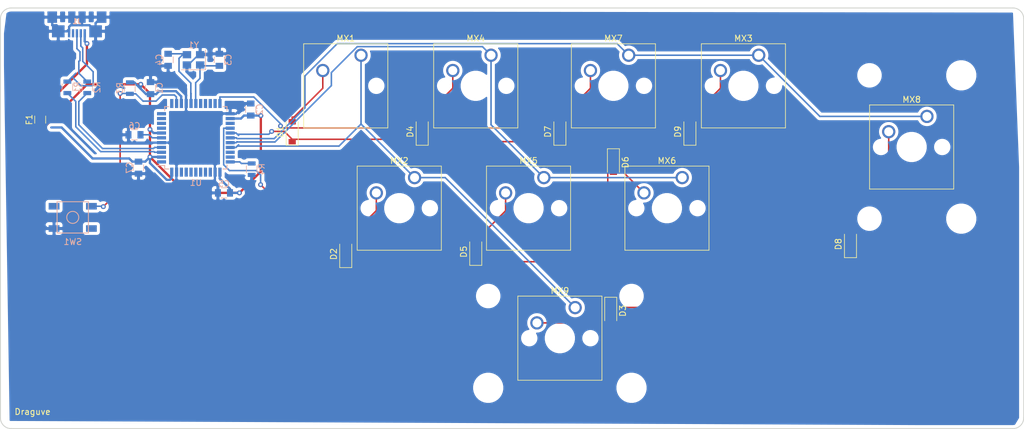
<source format=kicad_pcb>
(kicad_pcb (version 20171130) (host pcbnew 5.1.7-a382d34a8~87~ubuntu20.04.1)
  (layers (0 F.Cu signal) (31 B.Cu signal) (34 B.Paste user) (35 F.Paste user) (36 B.SilkS user) (37 F.SilkS user) (38 B.Mask user) (39 F.Mask user) (44 Edge.Cuts user))
  (net 0 "")
  (net 1 GND)
  (net 2 "Net-(C3-Pad1)")
  (net 3 +5V)
  (net 4 ROW0)
  (net 5 "Net-(D1-Pad2)")
  (net 6 "Net-(D2-Pad2)")
  (net 7 ROW1)
  (net 8 "Net-(D3-Pad2)")
  (net 9 "Net-(D4-Pad2)")
  (net 10 VCC)
  (net 11 COL0)
  (net 12 COL1)
  (net 13 "Net-(R2-Pad1)")
  (net 14 D+)
  (net 15 D-)
  (net 16 "Net-(R4-Pad2)")
  (net 17 "Net-(U1-Pad42)")
  (net 18 "Net-(U1-Pad41)")
  (net 19 "Net-(U1-Pad40)")
  (net 20 "Net-(U1-Pad39)")
  (net 21 "Net-(U1-Pad38)")
  (net 22 "Net-(U1-Pad37)")
  (net 23 "Net-(U1-Pad36)")
  (net 24 "Net-(U1-Pad32)")
  (net 25 "Net-(U1-Pad31)")
  (net 26 "Net-(U1-Pad25)")
  (net 27 "Net-(U1-Pad21)")
  (net 28 "Net-(U1-Pad20)")
  (net 29 "Net-(U1-Pad19)")
  (net 30 "Net-(U1-Pad18)")
  (net 31 "Net-(U1-Pad12)")
  (net 32 "Net-(U1-Pad11)")
  (net 33 "Net-(U1-Pad10)")
  (net 34 "Net-(U1-Pad9)")
  (net 35 "Net-(U1-Pad8)")
  (net 36 "Net-(U1-Pad1)")
  (net 37 "Net-(C4-Pad1)")
  (net 38 "Net-(C6-Pad1)")
  (net 39 "Net-(D5-Pad2)")
  (net 40 "Net-(D6-Pad2)")
  (net 41 "Net-(D7-Pad2)")
  (net 42 COL2)
  (net 43 "Net-(D8-Pad2)")
  (net 44 "Net-(D9-Pad2)")
  (net 45 "Net-(R1-Pad1)")
  (net 46 "Net-(R3-Pad2)")
  (net 47 ROW2)
  (net 48 "Net-(J1-Pad4)")
  (module keyboard_parts:USB_microB (layer B.Cu) (at 39.1795 62.258)
    (fp_text reference J1 (at 0 0.6985) (layer B.SilkS) (effects (font (size 0.8128 0.8128) (thickness 0.2032)) (justify mirror)))
    (fp_text value USB_mini_micro_B hide)
    (pad 6 smd rect (at -0.85 0) (size 1.2 1.9) (layers B.Cu B.Paste B.Mask) (net 1 GND))
    (pad 5 smd rect (at -1.30048 2.67462 180) (size 0.4 1.35) (layers B.Cu B.Paste B.Mask) (net 1 GND) (clearance 0.1))
    (pad 4 smd rect (at -0.65024 2.67462 180) (size 0.4 1.35) (layers B.Cu B.Paste B.Mask) (net 48 "Net-(J1-Pad4)") (clearance 0.1))
    (pad 3 smd rect (at 0 2.67462 180) (size 0.4 1.35) (layers B.Cu B.Paste B.Mask) (net 14 D+) (clearance 0.1))
    (pad 2 smd rect (at 0.65024 2.67462 180) (size 0.4 1.35) (layers B.Cu B.Paste B.Mask) (net 15 D-) (clearance 0.1))
    (pad 6 smd rect (at 4.09956 0) (size 1.6 1.9) (layers B.Cu B.Paste B.Mask) (net 1 GND))
    (pad 6 smd rect (at -4.09956 0) (size 1.6 1.9) (layers B.Cu B.Paste B.Mask) (net 1 GND))
    (pad 6 smd rect (at 3.0988 2.3495) (size 2.1 2) (layers B.Cu B.Paste B.Mask) (net 1 GND))
    (pad 6 smd rect (at -3.0988 2.3495) (size 2.1 2) (layers B.Cu B.Paste B.Mask) (net 1 GND))
    (pad 1 smd rect (at 1.29794 2.67462 180) (size 0.4 1.35) (layers B.Cu B.Paste B.Mask) (net 10 VCC) (clearance 0.1))
    (pad 6 smd rect (at 0.85 0) (size 1.2 1.9) (layers B.Cu B.Paste B.Mask) (net 1 GND))
  )
  (module Fuse:Fuse_1206_3216Metric (layer F.Cu) (at 33.0835 79.276 90)
    (fp_text reference F1 (at 0 -1.82 90) (layer F.SilkS))
    (fp_text value 500mA)
    (pad 2 smd roundrect (at 1.4 0 90) (size 1.25 1.75) (layers F.Cu F.Paste F.Mask) (roundrect_rratio 0.2) (net 10 VCC))
    (pad 1 smd roundrect (at -1.4 0 90) (size 1.25 1.75) (layers F.Cu F.Paste F.Mask) (roundrect_rratio 0.2) (net 3 +5V))
  )
  (module Diode_SMD:D_SOD-123 (layer F.Cu) (at 140.97 81.28 90)
    (fp_text reference D9 (at 0 -2 90) (layer F.SilkS))
    (fp_text value D_Small-Device)
    (pad 2 smd rect (at 1.65 0 90) (size 0.9 1.2) (layers F.Cu F.Paste F.Mask) (net 44 "Net-(D9-Pad2)"))
    (pad 1 smd rect (at -1.65 0 90) (size 0.9 1.2) (layers F.Cu F.Paste F.Mask) (net 47 ROW2))
  )
  (module Diode_SMD:D_SOD-123 (layer F.Cu) (at 167.64 99.95 90)
    (fp_text reference D8 (at 0 -2 90) (layer F.SilkS))
    (fp_text value D_Small-Device)
    (pad 2 smd rect (at 1.65 0 90) (size 0.9 1.2) (layers F.Cu F.Paste F.Mask) (net 43 "Net-(D8-Pad2)"))
    (pad 1 smd rect (at -1.65 0 90) (size 0.9 1.2) (layers F.Cu F.Paste F.Mask) (net 7 ROW1))
  )
  (module Diode_SMD:D_SOD-123 (layer F.Cu) (at 119.38 81.28 90)
    (fp_text reference D7 (at 0 -2 90) (layer F.SilkS))
    (fp_text value D_Small-Device)
    (pad 2 smd rect (at 1.65 0 90) (size 0.9 1.2) (layers F.Cu F.Paste F.Mask) (net 41 "Net-(D7-Pad2)"))
    (pad 1 smd rect (at -1.65 0 90) (size 0.9 1.2) (layers F.Cu F.Paste F.Mask) (net 4 ROW0))
  )
  (module Diode_SMD:D_SOD-123 (layer F.Cu) (at 128.27 86.36 270)
    (fp_text reference D6 (at 0 -2 90) (layer F.SilkS))
    (fp_text value D_Small-Device)
    (pad 2 smd rect (at 1.65 0 270) (size 0.9 1.2) (layers F.Cu F.Paste F.Mask) (net 40 "Net-(D6-Pad2)"))
    (pad 1 smd rect (at -1.65 0 270) (size 0.9 1.2) (layers F.Cu F.Paste F.Mask) (net 47 ROW2))
  )
  (module Diode_SMD:D_SOD-123 (layer F.Cu) (at 105.41 101.22 90)
    (fp_text reference D5 (at 0 -2 90) (layer F.SilkS))
    (fp_text value D_Small-Device)
    (pad 2 smd rect (at 1.65 0 90) (size 0.9 1.2) (layers F.Cu F.Paste F.Mask) (net 39 "Net-(D5-Pad2)"))
    (pad 1 smd rect (at -1.65 0 90) (size 0.9 1.2) (layers F.Cu F.Paste F.Mask) (net 7 ROW1))
  )
  (module Diode_SMD:D_SOD-123 (layer F.Cu) (at 96.52 81.28 90)
    (fp_text reference D4 (at 0 -2 90) (layer F.SilkS))
    (fp_text value D_Small-Device)
    (pad 2 smd rect (at 1.65 0 90) (size 0.9 1.2) (layers F.Cu F.Paste F.Mask) (net 9 "Net-(D4-Pad2)"))
    (pad 1 smd rect (at -1.65 0 90) (size 0.9 1.2) (layers F.Cu F.Paste F.Mask) (net 4 ROW0))
  )
  (module Diode_SMD:D_SOD-123 (layer F.Cu) (at 127.826 111.026 270)
    (fp_text reference D3 (at 0 -2 90) (layer F.SilkS))
    (fp_text value D_Small-Device)
    (pad 2 smd rect (at 1.65 0 270) (size 0.9 1.2) (layers F.Cu F.Paste F.Mask) (net 8 "Net-(D3-Pad2)"))
    (pad 1 smd rect (at -1.65 0 270) (size 0.9 1.2) (layers F.Cu F.Paste F.Mask) (net 47 ROW2))
  )
  (module Diode_SMD:D_SOD-123 (layer F.Cu) (at 83.82 101.6 90)
    (fp_text reference D2 (at 0 -2 90) (layer F.SilkS))
    (fp_text value D_Small-Device)
    (pad 2 smd rect (at 1.65 0 90) (size 0.9 1.2) (layers F.Cu F.Paste F.Mask) (net 6 "Net-(D2-Pad2)"))
    (pad 1 smd rect (at -1.65 0 90) (size 0.9 1.2) (layers F.Cu F.Paste F.Mask) (net 7 ROW1))
  )
  (module Diode_SMD:D_SOD-123 (layer F.Cu) (at 74.93 81.28 90)
    (fp_text reference D1 (at 0 -2 90) (layer F.SilkS))
    (fp_text value D_Small-Device)
    (pad 2 smd rect (at 1.65 0 90) (size 0.9 1.2) (layers F.Cu F.Paste F.Mask) (net 5 "Net-(D1-Pad2)"))
    (pad 1 smd rect (at -1.65 0 90) (size 0.9 1.2) (layers F.Cu F.Paste F.Mask) (net 4 ROW0))
  )
  (module Button_Switch_Keyboard:SW_Cherry_MX_2.75u_PCB (layer F.Cu) (at 121.92 110.49)
    (fp_text reference MX9 (at -2.54 -2.794) (layer F.SilkS))
    (fp_text value MX-NoLED-MX_Alps_Hybrid)
    (pad "" np_thru_hole circle (at 9.36 -1.92) (size 3.05 3.05) (drill 3.05) (layers *.Cu *.Mask))
    (pad "" np_thru_hole circle (at -14.44 -1.92) (size 3.05 3.05) (drill 3.05) (layers *.Cu *.Mask))
    (pad "" np_thru_hole circle (at -14.44 13.32) (size 4 4) (drill 4) (layers *.Cu *.Mask))
    (pad "" np_thru_hole circle (at 9.36 13.32) (size 4 4) (drill 4) (layers *.Cu *.Mask))
    (pad "" np_thru_hole circle (at 2.54 5.08) (size 1.7 1.7) (drill 1.7) (layers *.Cu *.Mask))
    (pad "" np_thru_hole circle (at -7.62 5.08) (size 1.7 1.7) (drill 1.7) (layers *.Cu *.Mask))
    (pad "" np_thru_hole circle (at -2.54 5.08) (size 4 4) (drill 4) (layers *.Cu *.Mask))
    (pad 2 thru_hole circle (at -6.35 2.54) (size 2.2 2.2) (drill 1.5) (layers *.Cu *.Mask) (net 8 "Net-(D3-Pad2)"))
    (pad 1 thru_hole circle (at 0 0) (size 2.2 2.2) (drill 1.5) (layers *.Cu *.Mask) (net 11 COL0))
  )
  (module Button_Switch_Keyboard:SW_Cherry_MX_ISOEnter_PCB (layer F.Cu) (at 180.34 78.74)
    (fp_text reference MX8 (at -2.54 -2.794) (layer F.SilkS))
    (fp_text value MX-NoLED-MX_Alps_Hybrid)
    (pad "" np_thru_hole circle (at -9.54 -6.82) (size 3.05 3.05) (drill 3.05) (layers *.Cu *.Mask))
    (pad "" np_thru_hole circle (at -9.54 16.98) (size 3.05 3.05) (drill 3.05) (layers *.Cu *.Mask))
    (pad "" np_thru_hole circle (at 5.7 16.98) (size 4 4) (drill 4) (layers *.Cu *.Mask))
    (pad "" np_thru_hole circle (at 5.7 -6.82) (size 4 4) (drill 4) (layers *.Cu *.Mask))
    (pad "" np_thru_hole circle (at 2.54 5.08) (size 1.7 1.7) (drill 1.7) (layers *.Cu *.Mask))
    (pad "" np_thru_hole circle (at -7.62 5.08) (size 1.7 1.7) (drill 1.7) (layers *.Cu *.Mask))
    (pad "" np_thru_hole circle (at -2.54 5.08) (size 4 4) (drill 4) (layers *.Cu *.Mask))
    (pad 2 thru_hole circle (at -6.35 2.54) (size 2.2 2.2) (drill 1.5) (layers *.Cu *.Mask) (net 43 "Net-(D8-Pad2)"))
    (pad 1 thru_hole circle (at 0 0) (size 2.2 2.2) (drill 1.5) (layers *.Cu *.Mask) (net 42 COL2))
  )
  (module Button_Switch_Keyboard:SW_Cherry_MX_1.00u_PCB (layer F.Cu) (at 130.81 68.58)
    (fp_text reference MX7 (at -2.54 -2.794) (layer F.SilkS))
    (fp_text value MX-NoLED-MX_Alps_Hybrid)
    (pad "" np_thru_hole circle (at 2.54 5.08) (size 1.7 1.7) (drill 1.7) (layers *.Cu *.Mask))
    (pad "" np_thru_hole circle (at -7.62 5.08) (size 1.7 1.7) (drill 1.7) (layers *.Cu *.Mask))
    (pad "" np_thru_hole circle (at -2.54 5.08) (size 4 4) (drill 4) (layers *.Cu *.Mask))
    (pad 2 thru_hole circle (at -6.35 2.54) (size 2.2 2.2) (drill 1.5) (layers *.Cu *.Mask) (net 41 "Net-(D7-Pad2)"))
    (pad 1 thru_hole circle (at 0 0) (size 2.2 2.2) (drill 1.5) (layers *.Cu *.Mask) (net 42 COL2))
  )
  (module Button_Switch_Keyboard:SW_Cherry_MX_1.00u_PCB (layer F.Cu) (at 139.7 88.9)
    (fp_text reference MX6 (at -2.54 -2.794) (layer F.SilkS))
    (fp_text value MX-NoLED-MX_Alps_Hybrid)
    (pad "" np_thru_hole circle (at 2.54 5.08) (size 1.7 1.7) (drill 1.7) (layers *.Cu *.Mask))
    (pad "" np_thru_hole circle (at -7.62 5.08) (size 1.7 1.7) (drill 1.7) (layers *.Cu *.Mask))
    (pad "" np_thru_hole circle (at -2.54 5.08) (size 4 4) (drill 4) (layers *.Cu *.Mask))
    (pad 2 thru_hole circle (at -6.35 2.54) (size 2.2 2.2) (drill 1.5) (layers *.Cu *.Mask) (net 40 "Net-(D6-Pad2)"))
    (pad 1 thru_hole circle (at 0 0) (size 2.2 2.2) (drill 1.5) (layers *.Cu *.Mask) (net 12 COL1))
  )
  (module Button_Switch_Keyboard:SW_Cherry_MX_1.00u_PCB (layer F.Cu) (at 116.72 88.9)
    (fp_text reference MX5 (at -2.54 -2.794) (layer F.SilkS))
    (fp_text value MX-NoLED-MX_Alps_Hybrid)
    (pad "" np_thru_hole circle (at 2.54 5.08) (size 1.7 1.7) (drill 1.7) (layers *.Cu *.Mask))
    (pad "" np_thru_hole circle (at -7.62 5.08) (size 1.7 1.7) (drill 1.7) (layers *.Cu *.Mask))
    (pad "" np_thru_hole circle (at -2.54 5.08) (size 4 4) (drill 4) (layers *.Cu *.Mask))
    (pad 2 thru_hole circle (at -6.35 2.54) (size 2.2 2.2) (drill 1.5) (layers *.Cu *.Mask) (net 39 "Net-(D5-Pad2)"))
    (pad 1 thru_hole circle (at 0 0) (size 2.2 2.2) (drill 1.5) (layers *.Cu *.Mask) (net 12 COL1))
  )
  (module Button_Switch_Keyboard:SW_Cherry_MX_1.00u_PCB (layer F.Cu) (at 107.95 68.58)
    (fp_text reference MX4 (at -2.54 -2.794) (layer F.SilkS))
    (fp_text value MX-NoLED-MX_Alps_Hybrid)
    (pad "" np_thru_hole circle (at 2.54 5.08) (size 1.7 1.7) (drill 1.7) (layers *.Cu *.Mask))
    (pad "" np_thru_hole circle (at -7.62 5.08) (size 1.7 1.7) (drill 1.7) (layers *.Cu *.Mask))
    (pad "" np_thru_hole circle (at -2.54 5.08) (size 4 4) (drill 4) (layers *.Cu *.Mask))
    (pad 2 thru_hole circle (at -6.35 2.54) (size 2.2 2.2) (drill 1.5) (layers *.Cu *.Mask) (net 9 "Net-(D4-Pad2)"))
    (pad 1 thru_hole circle (at 0 0) (size 2.2 2.2) (drill 1.5) (layers *.Cu *.Mask) (net 12 COL1))
  )
  (module Button_Switch_Keyboard:SW_Cherry_MX_1.00u_PCB (layer F.Cu) (at 152.4 68.58)
    (fp_text reference MX3 (at -2.54 -2.794) (layer F.SilkS))
    (fp_text value MX-NoLED-MX_Alps_Hybrid)
    (pad "" np_thru_hole circle (at 2.54 5.08) (size 1.7 1.7) (drill 1.7) (layers *.Cu *.Mask))
    (pad "" np_thru_hole circle (at -7.62 5.08) (size 1.7 1.7) (drill 1.7) (layers *.Cu *.Mask))
    (pad "" np_thru_hole circle (at -2.54 5.08) (size 4 4) (drill 4) (layers *.Cu *.Mask))
    (pad 2 thru_hole circle (at -6.35 2.54) (size 2.2 2.2) (drill 1.5) (layers *.Cu *.Mask) (net 44 "Net-(D9-Pad2)"))
    (pad 1 thru_hole circle (at 0 0) (size 2.2 2.2) (drill 1.5) (layers *.Cu *.Mask) (net 42 COL2))
  )
  (module Button_Switch_Keyboard:SW_Cherry_MX_1.00u_PCB (layer F.Cu) (at 95.25 88.9)
    (fp_text reference MX2 (at -2.54 -2.794) (layer F.SilkS))
    (fp_text value MX-NoLED-MX_Alps_Hybrid)
    (pad "" np_thru_hole circle (at 2.54 5.08) (size 1.7 1.7) (drill 1.7) (layers *.Cu *.Mask))
    (pad "" np_thru_hole circle (at -7.62 5.08) (size 1.7 1.7) (drill 1.7) (layers *.Cu *.Mask))
    (pad "" np_thru_hole circle (at -2.54 5.08) (size 4 4) (drill 4) (layers *.Cu *.Mask))
    (pad 2 thru_hole circle (at -6.35 2.54) (size 2.2 2.2) (drill 1.5) (layers *.Cu *.Mask) (net 6 "Net-(D2-Pad2)"))
    (pad 1 thru_hole circle (at 0 0) (size 2.2 2.2) (drill 1.5) (layers *.Cu *.Mask) (net 11 COL0))
  )
  (module Button_Switch_Keyboard:SW_Cherry_MX_1.00u_PCB (layer F.Cu) (at 86.36 68.58)
    (fp_text reference MX1 (at -2.54 -2.794) (layer F.SilkS))
    (fp_text value MX-NoLED-MX_Alps_Hybrid)
    (pad "" np_thru_hole circle (at 2.54 5.08) (size 1.7 1.7) (drill 1.7) (layers *.Cu *.Mask))
    (pad "" np_thru_hole circle (at -7.62 5.08) (size 1.7 1.7) (drill 1.7) (layers *.Cu *.Mask))
    (pad "" np_thru_hole circle (at -2.54 5.08) (size 4 4) (drill 4) (layers *.Cu *.Mask))
    (pad 2 thru_hole circle (at -6.35 2.54) (size 2.2 2.2) (drill 1.5) (layers *.Cu *.Mask) (net 5 "Net-(D1-Pad2)"))
    (pad 1 thru_hole circle (at 0 0) (size 2.2 2.2) (drill 1.5) (layers *.Cu *.Mask) (net 11 COL0))
  )
  (module Crystals:Crystal_SMD_3225-4pin_3.2x2.5mm (layer B.Cu) (at 58.547 69.342 180)
    (fp_text reference Y1 (at 0 2.45 180) (layer B.SilkS) (effects (justify mirror)))
    (fp_text value Crystal_GND24_Small)
    (pad 1 smd rect (at -1.1 -0.85 180) (size 1.4 1.2) (layers B.Cu B.Paste B.Mask) (net 2 "Net-(C3-Pad1)"))
    (pad 2 smd rect (at 1.1 -0.85 180) (size 1.4 1.2) (layers B.Cu B.Paste B.Mask) (net 1 GND))
    (pad 3 smd rect (at 1.1 0.85 180) (size 1.4 1.2) (layers B.Cu B.Paste B.Mask) (net 37 "Net-(C4-Pad1)"))
    (pad 4 smd rect (at -1.1 0.85 180) (size 1.4 1.2) (layers B.Cu B.Paste B.Mask) (net 1 GND))
  )
  (module Housings_QFP:TQFP-44_10x10mm_Pitch0.8mm (layer B.Cu) (at 58.928 82.296)
    (fp_text reference U1 (at 0 7.45) (layer B.SilkS) (effects (justify mirror)))
    (fp_text value ATmega32U4-AU)
    (pad 1 smd rect (at -5.7 4) (size 1.5 0.55) (layers B.Cu B.Paste B.Mask) (net 36 "Net-(U1-Pad1)"))
    (pad 2 smd rect (at -5.7 3.2) (size 1.5 0.55) (layers B.Cu B.Paste B.Mask) (net 3 +5V))
    (pad 3 smd rect (at -5.7 2.4) (size 1.5 0.55) (layers B.Cu B.Paste B.Mask) (net 45 "Net-(R1-Pad1)"))
    (pad 4 smd rect (at -5.7 1.6) (size 1.5 0.55) (layers B.Cu B.Paste B.Mask) (net 13 "Net-(R2-Pad1)"))
    (pad 5 smd rect (at -5.7 0.8) (size 1.5 0.55) (layers B.Cu B.Paste B.Mask) (net 1 GND))
    (pad 6 smd rect (at -5.7 0) (size 1.5 0.55) (layers B.Cu B.Paste B.Mask) (net 38 "Net-(C6-Pad1)"))
    (pad 7 smd rect (at -5.7 -0.8) (size 1.5 0.55) (layers B.Cu B.Paste B.Mask) (net 3 +5V))
    (pad 8 smd rect (at -5.7 -1.6) (size 1.5 0.55) (layers B.Cu B.Paste B.Mask) (net 35 "Net-(U1-Pad8)"))
    (pad 9 smd rect (at -5.7 -2.4) (size 1.5 0.55) (layers B.Cu B.Paste B.Mask) (net 34 "Net-(U1-Pad9)"))
    (pad 10 smd rect (at -5.7 -3.2) (size 1.5 0.55) (layers B.Cu B.Paste B.Mask) (net 33 "Net-(U1-Pad10)"))
    (pad 11 smd rect (at -5.7 -4) (size 1.5 0.55) (layers B.Cu B.Paste B.Mask) (net 32 "Net-(U1-Pad11)"))
    (pad 12 smd rect (at -4 -5.7 270) (size 1.5 0.55) (layers B.Cu B.Paste B.Mask) (net 31 "Net-(U1-Pad12)"))
    (pad 13 smd rect (at -3.2 -5.7 270) (size 1.5 0.55) (layers B.Cu B.Paste B.Mask) (net 46 "Net-(R3-Pad2)"))
    (pad 14 smd rect (at -2.4 -5.7 270) (size 1.5 0.55) (layers B.Cu B.Paste B.Mask) (net 3 +5V))
    (pad 15 smd rect (at -1.6 -5.7 270) (size 1.5 0.55) (layers B.Cu B.Paste B.Mask) (net 1 GND))
    (pad 16 smd rect (at -0.8 -5.7 270) (size 1.5 0.55) (layers B.Cu B.Paste B.Mask) (net 37 "Net-(C4-Pad1)"))
    (pad 17 smd rect (at 0 -5.7 270) (size 1.5 0.55) (layers B.Cu B.Paste B.Mask) (net 2 "Net-(C3-Pad1)"))
    (pad 18 smd rect (at 0.8 -5.7 270) (size 1.5 0.55) (layers B.Cu B.Paste B.Mask) (net 30 "Net-(U1-Pad18)"))
    (pad 19 smd rect (at 1.6 -5.7 270) (size 1.5 0.55) (layers B.Cu B.Paste B.Mask) (net 29 "Net-(U1-Pad19)"))
    (pad 20 smd rect (at 2.4 -5.7 270) (size 1.5 0.55) (layers B.Cu B.Paste B.Mask) (net 28 "Net-(U1-Pad20)"))
    (pad 21 smd rect (at 3.2 -5.7 270) (size 1.5 0.55) (layers B.Cu B.Paste B.Mask) (net 27 "Net-(U1-Pad21)"))
    (pad 22 smd rect (at 4 -5.7 270) (size 1.5 0.55) (layers B.Cu B.Paste B.Mask) (net 47 ROW2))
    (pad 23 smd rect (at 5.7 -4) (size 1.5 0.55) (layers B.Cu B.Paste B.Mask) (net 1 GND))
    (pad 24 smd rect (at 5.7 -3.2) (size 1.5 0.55) (layers B.Cu B.Paste B.Mask) (net 3 +5V))
    (pad 25 smd rect (at 5.7 -2.4) (size 1.5 0.55) (layers B.Cu B.Paste B.Mask) (net 26 "Net-(U1-Pad25)"))
    (pad 26 smd rect (at 5.7 -1.6) (size 1.5 0.55) (layers B.Cu B.Paste B.Mask) (net 7 ROW1))
    (pad 27 smd rect (at 5.7 -0.8) (size 1.5 0.55) (layers B.Cu B.Paste B.Mask) (net 4 ROW0))
    (pad 28 smd rect (at 5.7 0) (size 1.5 0.55) (layers B.Cu B.Paste B.Mask) (net 42 COL2))
    (pad 29 smd rect (at 5.7 0.8) (size 1.5 0.55) (layers B.Cu B.Paste B.Mask) (net 12 COL1))
    (pad 30 smd rect (at 5.7 1.6) (size 1.5 0.55) (layers B.Cu B.Paste B.Mask) (net 11 COL0))
    (pad 31 smd rect (at 5.7 2.4) (size 1.5 0.55) (layers B.Cu B.Paste B.Mask) (net 25 "Net-(U1-Pad31)"))
    (pad 32 smd rect (at 5.7 3.2) (size 1.5 0.55) (layers B.Cu B.Paste B.Mask) (net 24 "Net-(U1-Pad32)"))
    (pad 33 smd rect (at 5.7 4) (size 1.5 0.55) (layers B.Cu B.Paste B.Mask) (net 16 "Net-(R4-Pad2)"))
    (pad 34 smd rect (at 4 5.7 270) (size 1.5 0.55) (layers B.Cu B.Paste B.Mask) (net 3 +5V))
    (pad 35 smd rect (at 3.2 5.7 270) (size 1.5 0.55) (layers B.Cu B.Paste B.Mask) (net 1 GND))
    (pad 36 smd rect (at 2.4 5.7 270) (size 1.5 0.55) (layers B.Cu B.Paste B.Mask) (net 23 "Net-(U1-Pad36)"))
    (pad 37 smd rect (at 1.6 5.7 270) (size 1.5 0.55) (layers B.Cu B.Paste B.Mask) (net 22 "Net-(U1-Pad37)"))
    (pad 38 smd rect (at 0.8 5.7 270) (size 1.5 0.55) (layers B.Cu B.Paste B.Mask) (net 21 "Net-(U1-Pad38)"))
    (pad 39 smd rect (at 0 5.7 270) (size 1.5 0.55) (layers B.Cu B.Paste B.Mask) (net 20 "Net-(U1-Pad39)"))
    (pad 40 smd rect (at -0.8 5.7 270) (size 1.5 0.55) (layers B.Cu B.Paste B.Mask) (net 19 "Net-(U1-Pad40)"))
    (pad 41 smd rect (at -1.6 5.7 270) (size 1.5 0.55) (layers B.Cu B.Paste B.Mask) (net 18 "Net-(U1-Pad41)"))
    (pad 42 smd rect (at -2.4 5.7 270) (size 1.5 0.55) (layers B.Cu B.Paste B.Mask) (net 17 "Net-(U1-Pad42)"))
    (pad 43 smd rect (at -3.2 5.7 270) (size 1.5 0.55) (layers B.Cu B.Paste B.Mask) (net 1 GND))
    (pad 44 smd rect (at -4 5.7 270) (size 1.5 0.55) (layers B.Cu B.Paste B.Mask) (net 3 +5V))
  )
  (module Capacitors_SMD:C_0805 (layer B.Cu) (at 62.8332 69.342 90)
    (fp_text reference C3 (at 0 1.5 90) (layer B.SilkS) (effects (justify mirror)))
    (fp_text value 22pF)
    (pad 1 smd rect (at -1 0 90) (size 1 1.25) (layers B.Cu B.Paste B.Mask) (net 2 "Net-(C3-Pad1)"))
    (pad 2 smd rect (at 1 0 90) (size 1 1.25) (layers B.Cu B.Paste B.Mask) (net 1 GND))
  )
  (module Capacitors_SMD:C_0805 (layer B.Cu) (at 54.3242 69.342 270)
    (fp_text reference C4 (at 0 1.5 270) (layer B.SilkS) (effects (justify mirror)))
    (fp_text value 22pF)
    (pad 2 smd rect (at 1 0 270) (size 1 1.25) (layers B.Cu B.Paste B.Mask) (net 1 GND))
    (pad 1 smd rect (at -1 0 270) (size 1 1.25) (layers B.Cu B.Paste B.Mask) (net 37 "Net-(C4-Pad1)"))
  )
  (module Capacitors_SMD:C_0805 (layer B.Cu) (at 48.7362 81.788 180)
    (fp_text reference C6 (at 0 1.5 180) (layer B.SilkS) (effects (justify mirror)))
    (fp_text value 1uF)
    (pad 2 smd rect (at 1 0 180) (size 1 1.25) (layers B.Cu B.Paste B.Mask) (net 1 GND))
    (pad 1 smd rect (at -1 0 180) (size 1 1.25) (layers B.Cu B.Paste B.Mask) (net 38 "Net-(C6-Pad1)"))
  )
  (module Capacitors_SMD:C_0805 (layer B.Cu) (at 51.4032 74.041 90)
    (fp_text reference C1 (at 0 1.5 90) (layer B.SilkS) (effects (justify mirror)))
    (fp_text value 0.1uF)
    (pad 2 smd rect (at 1 0 90) (size 1 1.25) (layers B.Cu B.Paste B.Mask) (net 1 GND))
    (pad 1 smd rect (at -1 0 90) (size 1 1.25) (layers B.Cu B.Paste B.Mask) (net 3 +5V))
  )
  (module Capacitors_SMD:C_0805 (layer B.Cu) (at 68.0402 77.597 90)
    (fp_text reference C2 (at 0 1.5 90) (layer B.SilkS) (effects (justify mirror)))
    (fp_text value 0.1uF)
    (pad 1 smd rect (at -1 0 90) (size 1 1.25) (layers B.Cu B.Paste B.Mask) (net 3 +5V))
    (pad 2 smd rect (at 1 0 90) (size 1 1.25) (layers B.Cu B.Paste B.Mask) (net 1 GND))
  )
  (module Capacitors_SMD:C_0805 (layer B.Cu) (at 63.5952 91.44 180)
    (fp_text reference C5 (at 0 1.5 180) (layer B.SilkS) (effects (justify mirror)))
    (fp_text value 0.1uF)
    (pad 2 smd rect (at 1 0 180) (size 1 1.25) (layers B.Cu B.Paste B.Mask) (net 1 GND))
    (pad 1 smd rect (at -1 0 180) (size 1 1.25) (layers B.Cu B.Paste B.Mask) (net 3 +5V))
  )
  (module Capacitors_SMD:C_0805 (layer B.Cu) (at 49.403 87.249 270)
    (fp_text reference C7 (at 0 1.5 270) (layer B.SilkS) (effects (justify mirror)))
    (fp_text value 10uF)
    (pad 1 smd rect (at -1 0 270) (size 1 1.25) (layers B.Cu B.Paste B.Mask) (net 3 +5V))
    (pad 2 smd rect (at 1 0 270) (size 1 1.25) (layers B.Cu B.Paste B.Mask) (net 1 GND))
  )
  (module Resistors_SMD:R_0805 (layer B.Cu) (at 47.9742 74.041 270)
    (fp_text reference R3 (at 0 1.65 270) (layer B.SilkS) (effects (justify mirror)))
    (fp_text value 10k)
    (pad 1 smd rect (at -0.95 0 270) (size 0.7 1.3) (layers B.Cu B.Paste B.Mask) (net 3 +5V))
    (pad 2 smd rect (at 0.95 0 270) (size 0.7 1.3) (layers B.Cu B.Paste B.Mask) (net 46 "Net-(R3-Pad2)"))
  )
  (module Resistors_SMD:R_0805 (layer B.Cu) (at 40.894 73.914 90)
    (fp_text reference R2 (at 0 1.65 90) (layer B.SilkS) (effects (justify mirror)))
    (fp_text value 22)
    (pad 1 smd rect (at -0.95 0 90) (size 0.7 1.3) (layers B.Cu B.Paste B.Mask) (net 13 "Net-(R2-Pad1)"))
    (pad 2 smd rect (at 0.95 0 90) (size 0.7 1.3) (layers B.Cu B.Paste B.Mask) (net 14 D+))
  )
  (module Resistors_SMD:R_0805 (layer B.Cu) (at 37.592 73.914 90)
    (fp_text reference R1 (at 0 1.65 90) (layer B.SilkS) (effects (justify mirror)))
    (fp_text value 22)
    (pad 2 smd rect (at 0.95 0 90) (size 0.7 1.3) (layers B.Cu B.Paste B.Mask) (net 15 D-))
    (pad 1 smd rect (at -0.95 0 90) (size 0.7 1.3) (layers B.Cu B.Paste B.Mask) (net 45 "Net-(R1-Pad1)"))
  )
  (module Resistors_SMD:R_0805 (layer B.Cu) (at 68.199 87.503 90)
    (fp_text reference R4 (at 0 1.65 90) (layer B.SilkS) (effects (justify mirror)))
    (fp_text value 10k)
    (pad 2 smd rect (at 0.95 0 90) (size 0.7 1.3) (layers B.Cu B.Paste B.Mask) (net 16 "Net-(R4-Pad2)"))
    (pad 1 smd rect (at -0.95 0 90) (size 0.7 1.3) (layers B.Cu B.Paste B.Mask) (net 1 GND))
  )
  (module random-keyboard-parts:SKQG-1155865 (layer B.Cu) (at 38.484 95.5078 180)
    (fp_text reference SW1 (at 0 -4.064 180) (layer B.SilkS) (effects (justify mirror)))
    (fp_text value SW_Push)
    (pad 1 smd rect (at 3.1 -1.85 180) (size 1.8 1.1) (layers B.Cu B.Paste B.Mask) (net 1 GND))
    (pad 2 smd rect (at -3.1 1.85 180) (size 1.8 1.1) (layers B.Cu B.Paste B.Mask) (net 46 "Net-(R3-Pad2)"))
    (pad 3 smd rect (at 3.1 1.85 180) (size 1.8 1.1) (layers B.Cu B.Paste B.Mask))
    (pad 4 smd rect (at -3.1 -1.85 180) (size 1.8 1.1) (layers B.Cu B.Paste B.Mask))
  )
  (gr_text "Draguve\n" (at 31.8135 127.79) (layer F.SilkS) (effects (font (size 1 1))))
  (gr_line (start 194.6275 60.734) (end 28.2575 60.734) (layer Edge.Cuts) (width 0.15))
  (gr_line (start 28.2575 130.584) (end 194.6275 130.584) (layer Edge.Cuts) (width 0.15))
  (gr_line (start 26.4795 62.512) (end 26.4795 128.806) (layer Edge.Cuts) (width 0.15))
  (gr_line (start 196.4055 128.806) (end 196.4055 62.512) (layer Edge.Cuts) (width 0.15))
  (gr_arc (start 28.2575 62.512) (end 28.2575 60.734) (angle -90) (layer Edge.Cuts) (width 0.15))
  (gr_arc (start 28.2575 128.806) (end 26.4795 128.806) (angle -90) (layer Edge.Cuts) (width 0.15))
  (gr_arc (start 194.6275 128.806) (end 194.6275 130.584) (angle -90) (layer Edge.Cuts) (width 0.15))
  (gr_arc (start 194.6275 62.512) (end 196.4055 62.512) (angle -90) (layer Edge.Cuts) (width 0.15))
  (segment (start 42.2783 64.6075) (end 42.2783 63.2167) (width 0.381) (layer B.Cu) (net 1))
  (segment (start 42.2783 63.2167) (end 42.3204 63.2167) (width 0.381) (layer B.Cu) (net 1))
  (segment (start 42.3204 63.2167) (end 43.2791 62.258) (width 0.381) (layer B.Cu) (net 1))
  (segment (start 41.2875 68) (end 42.2783 67.0092) (width 0.381) (layer B.Cu) (net 1))
  (segment (start 42.2783 67.0092) (end 42.2783 64.6075) (width 0.381) (layer B.Cu) (net 1))
  (segment (start 42.2783 64.6075) (end 41.2696 63.5988) (width 0.381) (layer B.Cu) (net 1))
  (segment (start 41.2696 63.5988) (end 40.0295 63.5988) (width 0.381) (layer B.Cu) (net 1))
  (segment (start 41.2875 68) (end 41.2875 69.3545) (width 0.381) (layer B.Cu) (net 1))
  (segment (start 41.2875 69.3545) (end 42.926 70.993) (width 0.381) (layer B.Cu) (net 1))
  (segment (start 42.926 70.993) (end 42.926 80.772) (width 0.381) (layer B.Cu) (net 1))
  (segment (start 42.926 80.772) (end 45.25 83.096) (width 0.381) (layer B.Cu) (net 1))
  (segment (start 45.25 83.096) (end 48.171 83.096) (width 0.381) (layer B.Cu) (net 1))
  (segment (start 40.0295 62.258) (end 40.0295 63.5988) (width 0.381) (layer B.Cu) (net 1))
  (segment (start 35.0799 62.258) (end 35.0799 63.5988) (width 0.381) (layer B.Cu) (net 1))
  (segment (start 36.8011 64.6075) (end 35.7924 63.5988) (width 0.381) (layer B.Cu) (net 1))
  (segment (start 35.7924 63.5988) (end 35.0799 63.5988) (width 0.381) (layer B.Cu) (net 1))
  (segment (start 36.8011 64.6075) (end 37.5215 64.6075) (width 0.381) (layer B.Cu) (net 1))
  (segment (start 36.0807 64.6075) (end 36.8011 64.6075) (width 0.381) (layer B.Cu) (net 1))
  (segment (start 37.879 64.3997) (end 37.7293 64.3997) (width 0.381) (layer B.Cu) (net 1))
  (segment (start 37.7293 64.3997) (end 37.5215 64.6075) (width 0.381) (layer B.Cu) (net 1))
  (segment (start 37.879 64.3997) (end 37.879 63.8668) (width 0.381) (layer B.Cu) (net 1))
  (segment (start 37.879 64.9326) (end 37.879 64.3997) (width 0.381) (layer B.Cu) (net 1))
  (segment (start 40.0295 63.5988) (end 38.3295 63.5988) (width 0.381) (layer B.Cu) (net 1))
  (segment (start 38.3295 62.258) (end 38.3295 63.5988) (width 0.381) (layer B.Cu) (net 1))
  (segment (start 38.3295 63.5988) (end 38.147 63.5988) (width 0.381) (layer B.Cu) (net 1))
  (segment (start 38.147 63.5988) (end 37.879 63.8668) (width 0.381) (layer B.Cu) (net 1))
  (segment (start 57.2962 75.2032) (end 57.2962 75.311) (width 0.381) (layer B.Cu) (net 1))
  (segment (start 51.4032 73.041) (end 52.213 73.041) (width 0.381) (layer B.Cu) (net 1))
  (segment (start 52.213 73.041) (end 53.086 73.914) (width 0.381) (layer B.Cu) (net 1))
  (segment (start 53.086 73.914) (end 56.007 73.914) (width 0.381) (layer B.Cu) (net 1))
  (segment (start 56.007 73.914) (end 57.2962 75.2032) (width 0.381) (layer B.Cu) (net 1))
  (segment (start 48.171 83.096) (end 47.7362 82.6612) (width 0.381) (layer B.Cu) (net 1))
  (segment (start 47.7362 82.6612) (end 47.7362 81.788) (width 0.381) (layer B.Cu) (net 1))
  (segment (start 59.3716 68.492) (end 59.6152 68.492) (width 0.381) (layer B.Cu) (net 1))
  (segment (start 57.6716 70.192) (end 59.3716 68.492) (width 0.254) (layer B.Cu) (net 1))
  (segment (start 62.8332 68.342) (end 59.7652 68.342) (width 0.381) (layer B.Cu) (net 1))
  (segment (start 59.7652 68.342) (end 59.6152 68.492) (width 0.381) (layer B.Cu) (net 1))
  (segment (start 59.6152 68.492) (end 59.6152 67.3622) (width 0.381) (layer B.Cu) (net 1))
  (segment (start 59.6152 67.3622) (end 59.182 66.929) (width 0.381) (layer B.Cu) (net 1))
  (segment (start 59.182 66.929) (end 53.086 66.929) (width 0.381) (layer B.Cu) (net 1))
  (segment (start 53.086 66.929) (end 52.705 67.31) (width 0.381) (layer B.Cu) (net 1))
  (segment (start 52.705 67.31) (end 52.705 69.85) (width 0.381) (layer B.Cu) (net 1))
  (segment (start 52.705 69.85) (end 53.197 70.342) (width 0.381) (layer B.Cu) (net 1))
  (segment (start 53.197 70.342) (end 54.3242 70.342) (width 0.381) (layer B.Cu) (net 1))
  (segment (start 60.9032 84.3982) (end 55.6962 84.3982) (width 0.381) (layer B.Cu) (net 1))
  (segment (start 68.199 88.453) (end 68.199 90.805) (width 0.381) (layer B.Cu) (net 1))
  (segment (start 68.199 90.805) (end 65.024 93.98) (width 0.381) (layer B.Cu) (net 1))
  (segment (start 65.024 93.98) (end 64.008 93.98) (width 0.381) (layer B.Cu) (net 1))
  (segment (start 64.008 93.98) (end 62.5952 92.5672) (width 0.381) (layer B.Cu) (net 1))
  (segment (start 62.5952 92.5672) (end 62.5952 91.44) (width 0.381) (layer B.Cu) (net 1))
  (segment (start 60.9032 79.8128) (end 60.9032 84.3982) (width 0.381) (layer B.Cu) (net 1))
  (segment (start 35.384 97.3578) (end 34.2388 97.3578) (width 0.381) (layer B.Cu) (net 1))
  (segment (start 34.2388 97.3578) (end 33.401 96.52) (width 0.381) (layer B.Cu) (net 1))
  (segment (start 33.401 96.52) (end 33.401 92.075) (width 0.381) (layer B.Cu) (net 1))
  (segment (start 33.401 92.075) (end 37.227 88.249) (width 0.381) (layer B.Cu) (net 1))
  (segment (start 37.227 88.249) (end 49.403 88.249) (width 0.381) (layer B.Cu) (net 1))
  (segment (start 54.3242 70.342) (end 54.3242 71.2152) (width 0.381) (layer B.Cu) (net 1))
  (segment (start 54.3242 71.2152) (end 57.2962 74.1872) (width 0.381) (layer B.Cu) (net 1))
  (segment (start 57.2962 74.1872) (end 57.2962 75.2032) (width 0.381) (layer B.Cu) (net 1))
  (segment (start 57.2962 75.2032) (end 57.2962 75.311) (width 0.381) (layer B.Cu) (net 1))
  (segment (start 68.0402 76.597) (end 67.294 76.597) (width 0.381) (layer B.Cu) (net 1))
  (segment (start 67.294 76.597) (end 65.595 78.296) (width 0.381) (layer B.Cu) (net 1))
  (segment (start 65.595 78.296) (end 64.628 78.296) (width 0.381) (layer B.Cu) (net 1))
  (segment (start 64.628 78.296) (end 62.42 78.296) (width 0.381) (layer B.Cu) (net 1))
  (segment (start 62.42 78.296) (end 60.9032 79.8128) (width 0.381) (layer B.Cu) (net 1))
  (segment (start 55.6962 84.3982) (end 54.394 83.096) (width 0.381) (layer B.Cu) (net 1))
  (segment (start 54.394 83.096) (end 53.228 83.096) (width 0.381) (layer B.Cu) (net 1))
  (segment (start 53.228 83.096) (end 48.171 83.096) (width 0.381) (layer B.Cu) (net 1))
  (segment (start 57.4152 70.192) (end 57.447 70.192) (width 0.381) (layer B.Cu) (net 1))
  (segment (start 57.447 70.192) (end 57.6716 70.192) (width 0.381) (layer B.Cu) (net 1))
  (segment (start 55.6962 84.3982) (end 55.6962 89.2108) (width 0.381) (layer B.Cu) (net 1))
  (segment (start 55.6962 89.2108) (end 54.991 89.916) (width 0.381) (layer B.Cu) (net 1))
  (segment (start 54.991 89.916) (end 53.721 89.916) (width 0.381) (layer B.Cu) (net 1))
  (segment (start 53.721 89.916) (end 52.054 88.249) (width 0.381) (layer B.Cu) (net 1))
  (segment (start 52.054 88.249) (end 49.403 88.249) (width 0.381) (layer B.Cu) (net 1))
  (segment (start 55.728 86.8363) (end 55.728 87.996) (width 0.381) (layer B.Cu) (net 1))
  (segment (start 60.9032 84.3982) (end 62.0962 85.5912) (width 0.381) (layer B.Cu) (net 1))
  (segment (start 62.0962 85.5912) (end 62.0962 87.6232) (width 0.381) (layer B.Cu) (net 1))
  (segment (start 62.0962 87.6232) (end 62.0962 89.6552) (width 0.381) (layer B.Cu) (net 1))
  (segment (start 62.0962 89.6552) (end 62.5952 90.1542) (width 0.381) (layer B.Cu) (net 1))
  (segment (start 62.5952 90.1542) (end 62.5952 91.44) (width 0.381) (layer B.Cu) (net 1))
  (segment (start 62.0962 87.6232) (end 62.128 87.655) (width 0.381) (layer B.Cu) (net 1))
  (segment (start 62.128 87.655) (end 62.128 87.996) (width 0.381) (layer B.Cu) (net 1))
  (segment (start 57.2962 75.311) (end 57.2962 76.5271) (width 0.381) (layer B.Cu) (net 1))
  (segment (start 57.2962 76.5271) (end 57.2962 77.7432) (width 0.381) (layer B.Cu) (net 1))
  (segment (start 57.2962 77.7432) (end 59.3658 79.8128) (width 0.381) (layer B.Cu) (net 1))
  (segment (start 59.3658 79.8128) (end 60.9032 79.8128) (width 0.381) (layer B.Cu) (net 1))
  (segment (start 57.2962 76.5271) (end 57.328 76.5589) (width 0.381) (layer B.Cu) (net 1))
  (segment (start 57.328 76.5589) (end 57.328 76.596) (width 0.381) (layer B.Cu) (net 1))
  (segment (start 58.928 76.596) (end 58.8962 76.596) (width 0.254) (layer B.Cu) (net 2))
  (segment (start 58.8962 76.596) (end 58.8962 73.152) (width 0.254) (layer B.Cu) (net 2))
  (segment (start 58.8962 73.152) (end 59.6152 72.433) (width 0.254) (layer B.Cu) (net 2))
  (segment (start 59.6152 72.433) (end 59.6152 70.192) (width 0.254) (layer B.Cu) (net 2))
  (segment (start 59.6152 70.192) (end 59.647 70.2238) (width 0.254) (layer B.Cu) (net 2))
  (segment (start 59.647 70.2238) (end 59.7652 70.342) (width 0.254) (layer B.Cu) (net 2))
  (segment (start 59.7652 70.342) (end 62.8332 70.342) (width 0.254) (layer B.Cu) (net 2))
  (segment (start 59.647 70.2238) (end 59.647 70.192) (width 0.254) (layer B.Cu) (net 2))
  (segment (start 33.0835 80.676) (end 33.6264 80.676) (width 0.381) (layer F.Cu) (net 3))
  (segment (start 33.6264 80.676) (end 40.8964 73.406) (width 0.381) (layer F.Cu) (net 3))
  (segment (start 40.8964 73.406) (end 49.784 73.406) (width 0.381) (layer F.Cu) (net 3))
  (segment (start 51.308 80.899) (end 51.308 85.471) (width 0.381) (layer F.Cu) (net 3))
  (segment (start 49.403 86.249) (end 50.53 86.249) (width 0.381) (layer B.Cu) (net 3))
  (segment (start 50.53 86.249) (end 51.308 85.471) (width 0.381) (layer B.Cu) (net 3))
  (segment (start 49.403 86.249) (end 48.387 86.249) (width 0.381) (layer B.Cu) (net 3))
  (segment (start 48.387 86.249) (end 47.863 85.725) (width 0.381) (layer B.Cu) (net 3))
  (segment (start 47.863 85.725) (end 41.783 85.725) (width 0.381) (layer B.Cu) (net 3))
  (segment (start 41.783 85.725) (end 36.633 80.575) (width 0.381) (layer B.Cu) (net 3))
  (segment (start 36.633 80.575) (end 34.925 80.575) (width 0.381) (layer B.Cu) (net 3))
  (segment (start 68.0402 78.597) (end 66.92 78.597) (width 0.381) (layer B.Cu) (net 3))
  (segment (start 66.92 78.597) (end 66.421 79.096) (width 0.381) (layer B.Cu) (net 3))
  (segment (start 66.421 79.096) (end 64.628 79.096) (width 0.381) (layer B.Cu) (net 3))
  (segment (start 51.308 80.899) (end 51.308 74.93) (width 0.381) (layer F.Cu) (net 3))
  (segment (start 51.308 74.93) (end 49.784 73.406) (width 0.381) (layer F.Cu) (net 3))
  (segment (start 49.784 73.406) (end 49.784 74.168) (width 0.381) (layer B.Cu) (net 3))
  (segment (start 68.0402 78.597) (end 69.707 78.597) (width 0.381) (layer B.Cu) (net 3))
  (segment (start 69.707 78.597) (end 69.723 78.613) (width 0.381) (layer B.Cu) (net 3))
  (segment (start 64.5952 91.44) (end 66.167 91.44) (width 0.381) (layer B.Cu) (net 3))
  (segment (start 69.723 78.613) (end 69.723 87.884) (width 0.381) (layer F.Cu) (net 3))
  (segment (start 69.723 87.884) (end 66.167 91.44) (width 0.381) (layer F.Cu) (net 3))
  (segment (start 66.167 91.44) (end 57.277 91.44) (width 0.381) (layer F.Cu) (net 3))
  (segment (start 57.277 91.44) (end 51.308 85.471) (width 0.381) (layer F.Cu) (net 3))
  (segment (start 51.4032 75.041) (end 50.657 75.041) (width 0.381) (layer B.Cu) (net 3))
  (segment (start 50.657 75.041) (end 49.784 74.168) (width 0.381) (layer B.Cu) (net 3))
  (segment (start 49.784 74.168) (end 48.707 73.091) (width 0.381) (layer B.Cu) (net 3))
  (segment (start 48.707 73.091) (end 47.9742 73.091) (width 0.381) (layer B.Cu) (net 3))
  (segment (start 64.5962 79.096) (end 64.628 79.096) (width 0.381) (layer B.Cu) (net 3))
  (segment (start 62.8962 87.996) (end 62.8962 88.5271) (width 0.381) (layer B.Cu) (net 3))
  (segment (start 62.8962 88.5271) (end 62.8962 89.0582) (width 0.381) (layer B.Cu) (net 3))
  (segment (start 62.8962 89.0582) (end 64.5952 90.7572) (width 0.381) (layer B.Cu) (net 3))
  (segment (start 64.5952 90.7572) (end 64.5952 91.44) (width 0.381) (layer B.Cu) (net 3))
  (segment (start 62.8962 88.5271) (end 62.928 88.4953) (width 0.381) (layer B.Cu) (net 3))
  (segment (start 62.928 88.4953) (end 62.928 87.996) (width 0.381) (layer B.Cu) (net 3))
  (segment (start 51.4032 75.041) (end 52.34 75.041) (width 0.381) (layer B.Cu) (net 3))
  (segment (start 52.34 75.041) (end 52.832 74.549) (width 0.381) (layer B.Cu) (net 3))
  (segment (start 52.832 74.549) (end 55.626 74.549) (width 0.381) (layer B.Cu) (net 3))
  (segment (start 55.626 74.549) (end 56.4962 75.4192) (width 0.381) (layer B.Cu) (net 3))
  (segment (start 56.4962 75.4192) (end 56.4962 76.0076) (width 0.381) (layer B.Cu) (net 3))
  (segment (start 56.4962 76.0076) (end 56.4962 76.596) (width 0.381) (layer B.Cu) (net 3))
  (segment (start 56.4962 76.0076) (end 56.528 76.0394) (width 0.381) (layer B.Cu) (net 3))
  (segment (start 56.528 76.0394) (end 56.528 76.596) (width 0.381) (layer B.Cu) (net 3))
  (segment (start 53.228 81.496) (end 51.905 81.496) (width 0.381) (layer B.Cu) (net 3))
  (segment (start 51.905 81.496) (end 51.308 80.899) (width 0.381) (layer B.Cu) (net 3))
  (segment (start 51.308 85.471) (end 53.1712 85.471) (width 0.381) (layer B.Cu) (net 3))
  (segment (start 53.1712 85.471) (end 53.1837 85.4835) (width 0.381) (layer B.Cu) (net 3))
  (segment (start 53.1837 85.4835) (end 53.1962 85.496) (width 0.381) (layer B.Cu) (net 3))
  (segment (start 53.1837 85.4835) (end 53.2155 85.4835) (width 0.381) (layer B.Cu) (net 3))
  (segment (start 53.2155 85.4835) (end 53.228 85.496) (width 0.381) (layer B.Cu) (net 3))
  (segment (start 51.308 85.471) (end 51.308 86.487) (width 0.381) (layer B.Cu) (net 3))
  (segment (start 51.308 86.487) (end 54.102 89.281) (width 0.381) (layer B.Cu) (net 3))
  (segment (start 54.102 89.281) (end 54.61 89.281) (width 0.381) (layer B.Cu) (net 3))
  (segment (start 54.61 89.281) (end 54.8962 88.9948) (width 0.381) (layer B.Cu) (net 3))
  (segment (start 54.8962 88.9948) (end 54.8962 88.4954) (width 0.381) (layer B.Cu) (net 3))
  (segment (start 54.8962 88.4954) (end 54.8962 87.996) (width 0.381) (layer B.Cu) (net 3))
  (segment (start 54.8962 88.4954) (end 54.928 88.4636) (width 0.381) (layer B.Cu) (net 3))
  (segment (start 54.928 88.4636) (end 54.928 87.996) (width 0.381) (layer B.Cu) (net 3))
  (via (at 51.308 80.899) (size 0.8) (layers F.Cu B.Cu) (net 3))
  (via (at 51.308 85.471) (size 0.8) (layers F.Cu B.Cu) (net 3))
  (via (at 49.784 73.406) (size 0.8) (layers F.Cu B.Cu) (net 3))
  (via (at 69.723 78.613) (size 0.8) (layers F.Cu B.Cu) (net 3))
  (via (at 66.167 91.44) (size 0.8) (layers F.Cu B.Cu) (net 3))
  (segment (start 64.5962 81.496) (end 64.628 81.496) (width 0.254) (layer B.Cu) (net 4))
  (segment (start 119.38 82.93) (end 96.52 82.93) (width 0.254) (layer F.Cu) (net 4))
  (segment (start 74.93 82.93) (end 74.93 82.5413) (width 0.254) (layer F.Cu) (net 4))
  (segment (start 74.93 82.5413) (end 95.204 82.5413) (width 0.254) (layer F.Cu) (net 4))
  (segment (start 95.204 82.5413) (end 95.5927 82.93) (width 0.254) (layer F.Cu) (net 4))
  (segment (start 95.5927 82.93) (end 96.52 82.93) (width 0.254) (layer F.Cu) (net 4))
  (segment (start 64.628 81.496) (end 65.621 81.496) (width 0.254) (layer B.Cu) (net 4))
  (segment (start 65.621 81.496) (end 65.8305 81.7055) (width 0.254) (layer B.Cu) (net 4))
  (segment (start 65.8305 81.7055) (end 66.04 81.915) (width 0.254) (layer B.Cu) (net 4))
  (segment (start 65.8305 81.7055) (end 71.0435 81.7055) (width 0.254) (layer B.Cu) (net 4))
  (segment (start 71.0435 81.7055) (end 71.5197 81.2293) (width 0.254) (layer B.Cu) (net 4))
  (segment (start 71.5197 81.2293) (end 73.618 81.2293) (width 0.254) (layer F.Cu) (net 4))
  (segment (start 73.618 81.2293) (end 74.93 82.5413) (width 0.254) (layer F.Cu) (net 4))
  (via (at 71.5197 81.2293) (size 0.8) (layers F.Cu B.Cu) (net 4))
  (segment (start 80.01 71.12) (end 80.01 74.0642) (width 0.254) (layer F.Cu) (net 5))
  (segment (start 80.01 74.0642) (end 75.2215 78.8527) (width 0.254) (layer F.Cu) (net 5))
  (segment (start 75.2215 78.8527) (end 74.93 78.8527) (width 0.254) (layer F.Cu) (net 5))
  (segment (start 74.93 78.8527) (end 74.93 79.63) (width 0.254) (layer F.Cu) (net 5))
  (segment (start 88.9 91.44) (end 88.9 94.3842) (width 0.254) (layer F.Cu) (net 6))
  (segment (start 88.9 94.3842) (end 84.1115 99.1727) (width 0.254) (layer F.Cu) (net 6))
  (segment (start 84.1115 99.1727) (end 83.82 99.1727) (width 0.254) (layer F.Cu) (net 6))
  (segment (start 83.82 99.1727) (end 83.82 99.95) (width 0.254) (layer F.Cu) (net 6))
  (segment (start 167.64 101.9885) (end 159.1633 110.4652) (width 0.254) (layer F.Cu) (net 7))
  (segment (start 159.1633 110.4652) (end 127.3954 110.4652) (width 0.254) (layer F.Cu) (net 7))
  (segment (start 127.3954 110.4652) (end 119.8002 102.87) (width 0.254) (layer F.Cu) (net 7))
  (segment (start 119.8002 102.87) (end 105.41 102.87) (width 0.254) (layer F.Cu) (net 7))
  (segment (start 167.64 101.9885) (end 167.64 102.377) (width 0.254) (layer F.Cu) (net 7))
  (segment (start 167.64 101.6) (end 167.64 101.9885) (width 0.254) (layer F.Cu) (net 7))
  (segment (start 83.82 103.25) (end 104.103 103.25) (width 0.254) (layer F.Cu) (net 7))
  (segment (start 104.103 103.25) (end 104.483 102.87) (width 0.254) (layer F.Cu) (net 7))
  (segment (start 104.483 102.87) (end 105.41 102.87) (width 0.254) (layer F.Cu) (net 7))
  (segment (start 64.628 80.696) (end 63.5507 80.696) (width 0.254) (layer B.Cu) (net 7))
  (segment (start 63.5507 80.696) (end 63.5507 86.773) (width 0.254) (layer B.Cu) (net 7))
  (segment (start 63.5507 86.773) (end 64.5138 87.7361) (width 0.254) (layer B.Cu) (net 7))
  (segment (start 64.5138 87.7361) (end 68.9501 87.7361) (width 0.254) (layer B.Cu) (net 7))
  (segment (start 68.9501 87.7361) (end 69.6821 88.4681) (width 0.254) (layer B.Cu) (net 7))
  (segment (start 69.6821 88.4681) (end 69.6821 90.0787) (width 0.254) (layer B.Cu) (net 7))
  (segment (start 69.6821 90.0787) (end 82.8534 103.25) (width 0.254) (layer F.Cu) (net 7))
  (segment (start 82.8534 103.25) (end 83.82 103.25) (width 0.254) (layer F.Cu) (net 7))
  (via (at 69.6821 90.0787) (size 0.8) (layers F.Cu B.Cu) (net 7))
  (segment (start 127.826 112.676) (end 126.8987 112.676) (width 0.254) (layer F.Cu) (net 8))
  (segment (start 115.57 113.03) (end 126.5447 113.03) (width 0.254) (layer F.Cu) (net 8))
  (segment (start 126.5447 113.03) (end 126.8987 112.676) (width 0.254) (layer F.Cu) (net 8))
  (segment (start 101.6 71.12) (end 101.6 74.0642) (width 0.254) (layer F.Cu) (net 9))
  (segment (start 101.6 74.0642) (end 96.8115 78.8527) (width 0.254) (layer F.Cu) (net 9))
  (segment (start 96.8115 78.8527) (end 96.52 78.8527) (width 0.254) (layer F.Cu) (net 9))
  (segment (start 96.52 78.8527) (end 96.52 79.63) (width 0.254) (layer F.Cu) (net 9))
  (segment (start 40.8439 66.6426) (end 40.4774 66.2761) (width 0.381) (layer B.Cu) (net 10))
  (segment (start 40.4774 66.2761) (end 40.4774 64.9326) (width 0.381) (layer B.Cu) (net 10))
  (segment (start 35.0995 75.7987) (end 40.8439 70.0543) (width 0.381) (layer F.Cu) (net 10))
  (segment (start 40.8439 70.0543) (end 40.8439 66.6426) (width 0.381) (layer F.Cu) (net 10))
  (segment (start 33.0835 77.876) (end 33.0835 77.8147) (width 0.381) (layer F.Cu) (net 10))
  (segment (start 33.0835 77.8147) (end 35.0995 75.7987) (width 0.381) (layer F.Cu) (net 10))
  (via (at 40.8439 66.6426) (size 0.8) (layers F.Cu B.Cu) (net 10))
  (segment (start 64.5962 83.896) (end 64.628 83.896) (width 0.254) (layer B.Cu) (net 11))
  (segment (start 64.628 83.896) (end 65.583 83.896) (width 0.254) (layer B.Cu) (net 11))
  (segment (start 65.583 83.896) (end 65.8115 83.6675) (width 0.254) (layer B.Cu) (net 11))
  (segment (start 65.8115 83.6675) (end 66.04 83.439) (width 0.254) (layer B.Cu) (net 11))
  (segment (start 86.36 68.58) (end 86.36 80.01) (width 0.254) (layer B.Cu) (net 11))
  (segment (start 65.8115 83.6675) (end 82.7025 83.6675) (width 0.254) (layer B.Cu) (net 11))
  (segment (start 82.7025 83.6675) (end 86.36 80.01) (width 0.254) (layer B.Cu) (net 11))
  (segment (start 86.36 80.01) (end 95.25 88.9) (width 0.254) (layer B.Cu) (net 11))
  (segment (start 121.92 110.49) (end 100.33 88.9) (width 0.254) (layer B.Cu) (net 11))
  (segment (start 100.33 88.9) (end 95.25 88.9) (width 0.254) (layer B.Cu) (net 11))
  (segment (start 64.5962 83.096) (end 64.628 83.096) (width 0.254) (layer B.Cu) (net 12))
  (segment (start 107.95 68.58) (end 107.95 80.13) (width 0.254) (layer B.Cu) (net 12))
  (segment (start 107.95 80.13) (end 116.72 88.9) (width 0.254) (layer B.Cu) (net 12))
  (segment (start 116.72 88.9) (end 139.7 88.9) (width 0.254) (layer B.Cu) (net 12))
  (segment (start 64.628 83.096) (end 65.621 83.096) (width 0.254) (layer B.Cu) (net 12))
  (segment (start 65.621 83.096) (end 65.7324 82.9846) (width 0.254) (layer B.Cu) (net 12))
  (segment (start 65.7324 82.9846) (end 65.786 82.931) (width 0.254) (layer B.Cu) (net 12))
  (segment (start 65.7324 82.9846) (end 72.0715 82.9846) (width 0.254) (layer B.Cu) (net 12))
  (segment (start 72.0715 82.9846) (end 81.4374 73.6187) (width 0.254) (layer B.Cu) (net 12))
  (segment (start 81.4374 73.6187) (end 81.4374 71.4596) (width 0.254) (layer B.Cu) (net 12))
  (segment (start 81.4374 71.4596) (end 85.7454 67.1516) (width 0.254) (layer B.Cu) (net 12))
  (segment (start 85.7454 67.1516) (end 106.522 67.1516) (width 0.254) (layer B.Cu) (net 12))
  (segment (start 106.522 67.1516) (end 107.95 68.58) (width 0.254) (layer B.Cu) (net 12))
  (segment (start 40.894 74.864) (end 39.497 76.261) (width 0.254) (layer B.Cu) (net 13))
  (segment (start 39.497 76.261) (end 39.497 80.137) (width 0.254) (layer B.Cu) (net 13))
  (segment (start 39.497 80.137) (end 43.434 84.074) (width 0.254) (layer B.Cu) (net 13))
  (segment (start 43.434 84.074) (end 51.892 84.074) (width 0.254) (layer B.Cu) (net 13))
  (segment (start 51.892 84.074) (end 52.07 83.896) (width 0.254) (layer B.Cu) (net 13))
  (segment (start 52.07 83.896) (end 53.228 83.896) (width 0.254) (layer B.Cu) (net 13))
  (segment (start 39.1795 64.9326) (end 39.1795 67.492) (width 0.254) (layer B.Cu) (net 14))
  (segment (start 39.1795 67.492) (end 39.6875 68) (width 0.254) (layer B.Cu) (net 14))
  (segment (start 39.6875 68) (end 39.6875 69.469) (width 0.254) (layer B.Cu) (net 14))
  (segment (start 39.6875 69.469) (end 39.624 69.469) (width 0.254) (layer B.Cu) (net 14))
  (segment (start 39.624 69.469) (end 39.497 69.596) (width 0.254) (layer B.Cu) (net 14))
  (segment (start 39.497 69.596) (end 39.497 71.567) (width 0.254) (layer B.Cu) (net 14))
  (segment (start 39.497 71.567) (end 40.894 72.964) (width 0.254) (layer B.Cu) (net 14))
  (segment (start 38.3781 72.1779) (end 37.592 72.964) (width 0.254) (layer B.Cu) (net 15))
  (segment (start 39.8297 64.9326) (end 39.8297 67.0578) (width 0.254) (layer B.Cu) (net 15))
  (segment (start 39.8297 67.0578) (end 40.1419 67.37) (width 0.254) (layer B.Cu) (net 15))
  (segment (start 40.1419 67.37) (end 40.1419 69.5885) (width 0.254) (layer B.Cu) (net 15))
  (segment (start 40.1419 69.5885) (end 41.8714 71.318) (width 0.254) (layer B.Cu) (net 15))
  (segment (start 41.8714 71.318) (end 41.8714 73.5334) (width 0.254) (layer B.Cu) (net 15))
  (segment (start 41.8714 73.5334) (end 41.7634 73.6414) (width 0.254) (layer B.Cu) (net 15))
  (segment (start 41.7634 73.6414) (end 39.8416 73.6414) (width 0.254) (layer B.Cu) (net 15))
  (segment (start 39.8416 73.6414) (end 38.3781 72.1779) (width 0.254) (layer B.Cu) (net 15))
  (segment (start 38.989 71.567) (end 38.3781 72.1779) (width 0.254) (layer B.Cu) (net 15))
  (segment (start 64.5962 86.296) (end 64.628 86.296) (width 0.254) (layer B.Cu) (net 16))
  (segment (start 64.628 86.296) (end 66.23 86.296) (width 0.254) (layer B.Cu) (net 16))
  (segment (start 66.23 86.296) (end 66.487 86.553) (width 0.254) (layer B.Cu) (net 16))
  (segment (start 66.487 86.553) (end 68.199 86.553) (width 0.254) (layer B.Cu) (net 16))
  (segment (start 58.0962 74.9026) (end 58.0962 76.596) (width 0.254) (layer B.Cu) (net 37))
  (segment (start 58.0962 74.9026) (end 58.128 74.9344) (width 0.254) (layer B.Cu) (net 37))
  (segment (start 58.128 74.9344) (end 58.128 76.596) (width 0.254) (layer B.Cu) (net 37))
  (segment (start 54.3242 68.342) (end 57.2652 68.342) (width 0.254) (layer B.Cu) (net 37))
  (segment (start 57.2652 68.342) (end 57.3402 68.417) (width 0.254) (layer B.Cu) (net 37))
  (segment (start 57.3402 68.417) (end 57.4152 68.492) (width 0.254) (layer B.Cu) (net 37))
  (segment (start 57.4152 68.492) (end 56.73 68.492) (width 0.254) (layer B.Cu) (net 37))
  (segment (start 56.73 68.492) (end 56.134 69.088) (width 0.254) (layer B.Cu) (net 37))
  (segment (start 56.134 69.088) (end 56.134 71.247) (width 0.254) (layer B.Cu) (net 37))
  (segment (start 56.134 71.247) (end 58.0962 73.2092) (width 0.254) (layer B.Cu) (net 37))
  (segment (start 58.0962 73.2092) (end 58.0962 74.9026) (width 0.254) (layer B.Cu) (net 37))
  (segment (start 57.3402 68.417) (end 57.372 68.417) (width 0.254) (layer B.Cu) (net 37))
  (segment (start 57.372 68.417) (end 57.447 68.492) (width 0.254) (layer B.Cu) (net 37))
  (segment (start 53.228 82.296) (end 51.689 82.296) (width 0.254) (layer B.Cu) (net 38))
  (segment (start 51.689 82.296) (end 51.181 81.788) (width 0.254) (layer B.Cu) (net 38))
  (segment (start 51.181 81.788) (end 49.7362 81.788) (width 0.254) (layer B.Cu) (net 38))
  (segment (start 110.37 91.44) (end 110.37 94.4157) (width 0.254) (layer F.Cu) (net 39))
  (segment (start 110.37 94.4157) (end 105.993 98.7927) (width 0.254) (layer F.Cu) (net 39))
  (segment (start 105.993 98.7927) (end 105.41 98.7927) (width 0.254) (layer F.Cu) (net 39))
  (segment (start 105.41 98.7927) (end 105.41 99.57) (width 0.254) (layer F.Cu) (net 39))
  (segment (start 133.35 91.44) (end 129.92 88.01) (width 0.254) (layer F.Cu) (net 40))
  (segment (start 129.92 88.01) (end 128.27 88.01) (width 0.254) (layer F.Cu) (net 40))
  (segment (start 124.46 71.12) (end 124.46 74.0642) (width 0.254) (layer F.Cu) (net 41))
  (segment (start 124.46 74.0642) (end 119.672 78.8527) (width 0.254) (layer F.Cu) (net 41))
  (segment (start 119.672 78.8527) (end 119.38 78.8527) (width 0.254) (layer F.Cu) (net 41))
  (segment (start 119.38 78.8527) (end 119.38 79.63) (width 0.254) (layer F.Cu) (net 41))
  (segment (start 152.4 68.58) (end 162.56 78.74) (width 0.254) (layer B.Cu) (net 42))
  (segment (start 162.56 78.74) (end 180.34 78.74) (width 0.254) (layer B.Cu) (net 42))
  (segment (start 64.5962 82.296) (end 64.628 82.296) (width 0.254) (layer B.Cu) (net 42))
  (segment (start 64.628 82.296) (end 65.659 82.296) (width 0.254) (layer B.Cu) (net 42))
  (segment (start 65.659 82.296) (end 65.786 82.423) (width 0.254) (layer B.Cu) (net 42))
  (segment (start 65.786 82.423) (end 71.9492 82.423) (width 0.254) (layer B.Cu) (net 42))
  (segment (start 71.9492 82.423) (end 77.0448 77.3274) (width 0.254) (layer B.Cu) (net 42))
  (segment (start 77.0448 77.3274) (end 77.0448 72.0198) (width 0.254) (layer B.Cu) (net 42))
  (segment (start 77.0448 72.0198) (end 82.4095 66.6551) (width 0.254) (layer B.Cu) (net 42))
  (segment (start 82.4095 66.6551) (end 128.885 66.6551) (width 0.254) (layer B.Cu) (net 42))
  (segment (start 128.885 66.6551) (end 130.81 68.58) (width 0.254) (layer B.Cu) (net 42))
  (segment (start 130.81 68.58) (end 152.4 68.58) (width 0.254) (layer B.Cu) (net 42))
  (segment (start 173.99 81.28) (end 173.99 87.7524) (width 0.254) (layer F.Cu) (net 43))
  (segment (start 173.99 87.7524) (end 167.64 94.1024) (width 0.254) (layer F.Cu) (net 43))
  (segment (start 167.64 94.1024) (end 167.64 98.3) (width 0.254) (layer F.Cu) (net 43))
  (segment (start 146.05 71.12) (end 146.05 74.0642) (width 0.254) (layer F.Cu) (net 44))
  (segment (start 146.05 74.0642) (end 141.262 78.8527) (width 0.254) (layer F.Cu) (net 44))
  (segment (start 141.262 78.8527) (end 140.97 78.8527) (width 0.254) (layer F.Cu) (net 44))
  (segment (start 140.97 78.8527) (end 140.97 79.63) (width 0.254) (layer F.Cu) (net 44))
  (segment (start 37.592 74.864) (end 38.989 76.261) (width 0.254) (layer B.Cu) (net 45))
  (segment (start 38.989 76.261) (end 38.989 80.4545) (width 0.254) (layer B.Cu) (net 45))
  (segment (start 38.989 80.4545) (end 43.1165 84.582) (width 0.254) (layer B.Cu) (net 45))
  (segment (start 43.1165 84.582) (end 51.956 84.582) (width 0.254) (layer B.Cu) (net 45))
  (segment (start 51.956 84.582) (end 52.07 84.696) (width 0.254) (layer B.Cu) (net 45))
  (segment (start 52.07 84.696) (end 53.228 84.696) (width 0.254) (layer B.Cu) (net 45))
  (segment (start 41.584 93.6578) (end 43.4928 93.6578) (width 0.254) (layer B.Cu) (net 46))
  (segment (start 43.4928 93.6578) (end 43.561 93.726) (width 0.254) (layer B.Cu) (net 46))
  (segment (start 43.561 93.726) (end 46.355 90.932) (width 0.254) (layer F.Cu) (net 46))
  (segment (start 46.355 90.932) (end 46.355 74.93) (width 0.254) (layer F.Cu) (net 46))
  (segment (start 46.355 74.93) (end 47.9132 74.93) (width 0.254) (layer B.Cu) (net 46))
  (segment (start 47.9132 74.93) (end 47.9742 74.991) (width 0.254) (layer B.Cu) (net 46))
  (segment (start 55.6962 76.596) (end 55.6962 76.0521) (width 0.254) (layer B.Cu) (net 46))
  (segment (start 55.6962 76.0521) (end 55.6962 75.5082) (width 0.254) (layer B.Cu) (net 46))
  (segment (start 55.6962 75.5082) (end 55.372 75.184) (width 0.254) (layer B.Cu) (net 46))
  (segment (start 55.372 75.184) (end 53.34 75.184) (width 0.254) (layer B.Cu) (net 46))
  (segment (start 53.34 75.184) (end 52.324 76.2) (width 0.254) (layer B.Cu) (net 46))
  (segment (start 52.324 76.2) (end 50.165 76.2) (width 0.254) (layer B.Cu) (net 46))
  (segment (start 50.165 76.2) (end 48.956 74.991) (width 0.254) (layer B.Cu) (net 46))
  (segment (start 48.956 74.991) (end 47.9742 74.991) (width 0.254) (layer B.Cu) (net 46))
  (segment (start 55.6962 76.0521) (end 55.728 76.0839) (width 0.254) (layer B.Cu) (net 46))
  (segment (start 55.728 76.0839) (end 55.728 76.596) (width 0.254) (layer B.Cu) (net 46))
  (via (at 43.561 93.726) (size 0.8) (layers F.Cu B.Cu) (net 46))
  (via (at 46.355 74.93) (size 0.8) (layers F.Cu B.Cu) (net 46))
  (segment (start 127.826 109.376) (end 127.826 108.5987) (width 0.254) (layer F.Cu) (net 47))
  (segment (start 127.333 86.424) (end 128.27 85.4873) (width 0.254) (layer F.Cu) (net 47))
  (segment (start 128.27 85.4873) (end 128.27 84.71) (width 0.254) (layer F.Cu) (net 47))
  (segment (start 127.333 86.424) (end 127.333 108.1057) (width 0.254) (layer F.Cu) (net 47))
  (segment (start 127.333 108.1057) (end 127.826 108.5987) (width 0.254) (layer F.Cu) (net 47))
  (segment (start 140.97 82.93) (end 129.273 82.93) (width 0.254) (layer F.Cu) (net 47))
  (segment (start 129.273 82.93) (end 128.27 83.9327) (width 0.254) (layer F.Cu) (net 47))
  (segment (start 128.27 84.71) (end 128.27 83.9327) (width 0.254) (layer F.Cu) (net 47))
  (segment (start 62.928 76.596) (end 62.928 75.5187) (width 0.254) (layer B.Cu) (net 47))
  (segment (start 62.928 75.5187) (end 68.5548 75.5187) (width 0.254) (layer B.Cu) (net 47))
  (segment (start 68.5548 75.5187) (end 72.9916 79.9555) (width 0.254) (layer B.Cu) (net 47))
  (segment (start 72.9916 79.9555) (end 72.9916 80.3349) (width 0.254) (layer B.Cu) (net 47))
  (segment (start 128.27 83.9327) (end 124.994 80.6562) (width 0.254) (layer F.Cu) (net 47))
  (segment (start 124.994 80.6562) (end 73.3129 80.6562) (width 0.254) (layer F.Cu) (net 47))
  (segment (start 73.3129 80.6562) (end 72.9916 80.3349) (width 0.254) (layer F.Cu) (net 47))
  (via (at 72.9916 80.3349) (size 0.8) (layers F.Cu B.Cu) (net 47))
  (zone (net 1) (net_name GND) (layer B.Cu) (connect_pads (clearance 0.508)) (min_thickness 0.254) (fill yes (arc_segments 16) (thermal_gap 0.508) (thermal_bridge_width 0.508))
    (polygon (pts (xy 53.975 77.7875) (xy 63.5 77.7875) (xy 63.5 87.3125) (xy 53.975 87.3125)))
  )
  (zone (net 1) (net_name GND) (layer B.Cu) (connect_pads (clearance 0.508)) (min_thickness 0.254) (fill yes (arc_segments 32) (thermal_gap 0.508) (thermal_bridge_width 0.508))
    (polygon (pts (xy 194.6275 61.496) (xy 195.6435 87.15) (xy 195.6435 128.806) (xy 194.8815 130.076) (xy 28.0035 129.314) (xy 26.9875 65.56) (xy 27.4955 61.496) (xy 28.2575 61.242)))
  )
)
</source>
